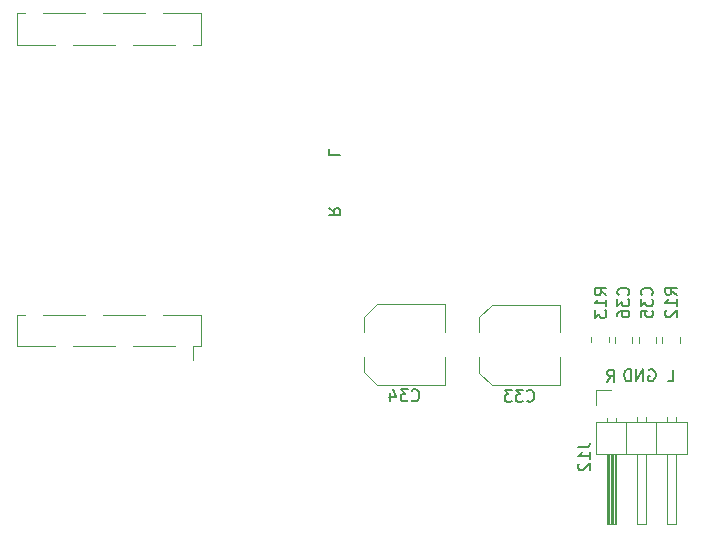
<source format=gbr>
G04 #@! TF.GenerationSoftware,KiCad,Pcbnew,8.0.7*
G04 #@! TF.CreationDate,2025-02-05T20:28:53-06:00*
G04 #@! TF.ProjectId,midiori,6d696469-6f72-4692-9e6b-696361645f70,rev?*
G04 #@! TF.SameCoordinates,Original*
G04 #@! TF.FileFunction,Legend,Bot*
G04 #@! TF.FilePolarity,Positive*
%FSLAX46Y46*%
G04 Gerber Fmt 4.6, Leading zero omitted, Abs format (unit mm)*
G04 Created by KiCad (PCBNEW 8.0.7) date 2025-02-05 20:28:53*
%MOMM*%
%LPD*%
G01*
G04 APERTURE LIST*
%ADD10C,0.150000*%
%ADD11C,0.120000*%
G04 APERTURE END LIST*
D10*
X137019411Y-95217438D02*
X137114649Y-95169819D01*
X137114649Y-95169819D02*
X137257506Y-95169819D01*
X137257506Y-95169819D02*
X137400363Y-95217438D01*
X137400363Y-95217438D02*
X137495601Y-95312676D01*
X137495601Y-95312676D02*
X137543220Y-95407914D01*
X137543220Y-95407914D02*
X137590839Y-95598390D01*
X137590839Y-95598390D02*
X137590839Y-95741247D01*
X137590839Y-95741247D02*
X137543220Y-95931723D01*
X137543220Y-95931723D02*
X137495601Y-96026961D01*
X137495601Y-96026961D02*
X137400363Y-96122200D01*
X137400363Y-96122200D02*
X137257506Y-96169819D01*
X137257506Y-96169819D02*
X137162268Y-96169819D01*
X137162268Y-96169819D02*
X137019411Y-96122200D01*
X137019411Y-96122200D02*
X136971792Y-96074580D01*
X136971792Y-96074580D02*
X136971792Y-95741247D01*
X136971792Y-95741247D02*
X137162268Y-95741247D01*
X136543220Y-96169819D02*
X136543220Y-95169819D01*
X136543220Y-95169819D02*
X135971792Y-96169819D01*
X135971792Y-96169819D02*
X135971792Y-95169819D01*
X135495601Y-96169819D02*
X135495601Y-95169819D01*
X135495601Y-95169819D02*
X135257506Y-95169819D01*
X135257506Y-95169819D02*
X135114649Y-95217438D01*
X135114649Y-95217438D02*
X135019411Y-95312676D01*
X135019411Y-95312676D02*
X134971792Y-95407914D01*
X134971792Y-95407914D02*
X134924173Y-95598390D01*
X134924173Y-95598390D02*
X134924173Y-95741247D01*
X134924173Y-95741247D02*
X134971792Y-95931723D01*
X134971792Y-95931723D02*
X135019411Y-96026961D01*
X135019411Y-96026961D02*
X135114649Y-96122200D01*
X135114649Y-96122200D02*
X135257506Y-96169819D01*
X135257506Y-96169819D02*
X135495601Y-96169819D01*
X133501792Y-96219819D02*
X133835125Y-95743628D01*
X134073220Y-96219819D02*
X134073220Y-95219819D01*
X134073220Y-95219819D02*
X133692268Y-95219819D01*
X133692268Y-95219819D02*
X133597030Y-95267438D01*
X133597030Y-95267438D02*
X133549411Y-95315057D01*
X133549411Y-95315057D02*
X133501792Y-95410295D01*
X133501792Y-95410295D02*
X133501792Y-95553152D01*
X133501792Y-95553152D02*
X133549411Y-95648390D01*
X133549411Y-95648390D02*
X133597030Y-95696009D01*
X133597030Y-95696009D02*
X133692268Y-95743628D01*
X133692268Y-95743628D02*
X134073220Y-95743628D01*
X138627030Y-96199819D02*
X139103220Y-96199819D01*
X139103220Y-96199819D02*
X139103220Y-95199819D01*
X116960357Y-97779580D02*
X117007976Y-97827200D01*
X117007976Y-97827200D02*
X117150833Y-97874819D01*
X117150833Y-97874819D02*
X117246071Y-97874819D01*
X117246071Y-97874819D02*
X117388928Y-97827200D01*
X117388928Y-97827200D02*
X117484166Y-97731961D01*
X117484166Y-97731961D02*
X117531785Y-97636723D01*
X117531785Y-97636723D02*
X117579404Y-97446247D01*
X117579404Y-97446247D02*
X117579404Y-97303390D01*
X117579404Y-97303390D02*
X117531785Y-97112914D01*
X117531785Y-97112914D02*
X117484166Y-97017676D01*
X117484166Y-97017676D02*
X117388928Y-96922438D01*
X117388928Y-96922438D02*
X117246071Y-96874819D01*
X117246071Y-96874819D02*
X117150833Y-96874819D01*
X117150833Y-96874819D02*
X117007976Y-96922438D01*
X117007976Y-96922438D02*
X116960357Y-96970057D01*
X116627023Y-96874819D02*
X116007976Y-96874819D01*
X116007976Y-96874819D02*
X116341309Y-97255771D01*
X116341309Y-97255771D02*
X116198452Y-97255771D01*
X116198452Y-97255771D02*
X116103214Y-97303390D01*
X116103214Y-97303390D02*
X116055595Y-97351009D01*
X116055595Y-97351009D02*
X116007976Y-97446247D01*
X116007976Y-97446247D02*
X116007976Y-97684342D01*
X116007976Y-97684342D02*
X116055595Y-97779580D01*
X116055595Y-97779580D02*
X116103214Y-97827200D01*
X116103214Y-97827200D02*
X116198452Y-97874819D01*
X116198452Y-97874819D02*
X116484166Y-97874819D01*
X116484166Y-97874819D02*
X116579404Y-97827200D01*
X116579404Y-97827200D02*
X116627023Y-97779580D01*
X115150833Y-97208152D02*
X115150833Y-97874819D01*
X115388928Y-96827200D02*
X115627023Y-97541485D01*
X115627023Y-97541485D02*
X115007976Y-97541485D01*
X139404819Y-88857142D02*
X138928628Y-88523809D01*
X139404819Y-88285714D02*
X138404819Y-88285714D01*
X138404819Y-88285714D02*
X138404819Y-88666666D01*
X138404819Y-88666666D02*
X138452438Y-88761904D01*
X138452438Y-88761904D02*
X138500057Y-88809523D01*
X138500057Y-88809523D02*
X138595295Y-88857142D01*
X138595295Y-88857142D02*
X138738152Y-88857142D01*
X138738152Y-88857142D02*
X138833390Y-88809523D01*
X138833390Y-88809523D02*
X138881009Y-88761904D01*
X138881009Y-88761904D02*
X138928628Y-88666666D01*
X138928628Y-88666666D02*
X138928628Y-88285714D01*
X139404819Y-89809523D02*
X139404819Y-89238095D01*
X139404819Y-89523809D02*
X138404819Y-89523809D01*
X138404819Y-89523809D02*
X138547676Y-89428571D01*
X138547676Y-89428571D02*
X138642914Y-89333333D01*
X138642914Y-89333333D02*
X138690533Y-89238095D01*
X138500057Y-90190476D02*
X138452438Y-90238095D01*
X138452438Y-90238095D02*
X138404819Y-90333333D01*
X138404819Y-90333333D02*
X138404819Y-90571428D01*
X138404819Y-90571428D02*
X138452438Y-90666666D01*
X138452438Y-90666666D02*
X138500057Y-90714285D01*
X138500057Y-90714285D02*
X138595295Y-90761904D01*
X138595295Y-90761904D02*
X138690533Y-90761904D01*
X138690533Y-90761904D02*
X138833390Y-90714285D01*
X138833390Y-90714285D02*
X139404819Y-90142857D01*
X139404819Y-90142857D02*
X139404819Y-90761904D01*
X131044819Y-101785476D02*
X131759104Y-101785476D01*
X131759104Y-101785476D02*
X131901961Y-101737857D01*
X131901961Y-101737857D02*
X131997200Y-101642619D01*
X131997200Y-101642619D02*
X132044819Y-101499762D01*
X132044819Y-101499762D02*
X132044819Y-101404524D01*
X132044819Y-102785476D02*
X132044819Y-102214048D01*
X132044819Y-102499762D02*
X131044819Y-102499762D01*
X131044819Y-102499762D02*
X131187676Y-102404524D01*
X131187676Y-102404524D02*
X131282914Y-102309286D01*
X131282914Y-102309286D02*
X131330533Y-102214048D01*
X131140057Y-103166429D02*
X131092438Y-103214048D01*
X131092438Y-103214048D02*
X131044819Y-103309286D01*
X131044819Y-103309286D02*
X131044819Y-103547381D01*
X131044819Y-103547381D02*
X131092438Y-103642619D01*
X131092438Y-103642619D02*
X131140057Y-103690238D01*
X131140057Y-103690238D02*
X131235295Y-103737857D01*
X131235295Y-103737857D02*
X131330533Y-103737857D01*
X131330533Y-103737857D02*
X131473390Y-103690238D01*
X131473390Y-103690238D02*
X132044819Y-103118810D01*
X132044819Y-103118810D02*
X132044819Y-103737857D01*
X137259580Y-88877142D02*
X137307200Y-88829523D01*
X137307200Y-88829523D02*
X137354819Y-88686666D01*
X137354819Y-88686666D02*
X137354819Y-88591428D01*
X137354819Y-88591428D02*
X137307200Y-88448571D01*
X137307200Y-88448571D02*
X137211961Y-88353333D01*
X137211961Y-88353333D02*
X137116723Y-88305714D01*
X137116723Y-88305714D02*
X136926247Y-88258095D01*
X136926247Y-88258095D02*
X136783390Y-88258095D01*
X136783390Y-88258095D02*
X136592914Y-88305714D01*
X136592914Y-88305714D02*
X136497676Y-88353333D01*
X136497676Y-88353333D02*
X136402438Y-88448571D01*
X136402438Y-88448571D02*
X136354819Y-88591428D01*
X136354819Y-88591428D02*
X136354819Y-88686666D01*
X136354819Y-88686666D02*
X136402438Y-88829523D01*
X136402438Y-88829523D02*
X136450057Y-88877142D01*
X136354819Y-89210476D02*
X136354819Y-89829523D01*
X136354819Y-89829523D02*
X136735771Y-89496190D01*
X136735771Y-89496190D02*
X136735771Y-89639047D01*
X136735771Y-89639047D02*
X136783390Y-89734285D01*
X136783390Y-89734285D02*
X136831009Y-89781904D01*
X136831009Y-89781904D02*
X136926247Y-89829523D01*
X136926247Y-89829523D02*
X137164342Y-89829523D01*
X137164342Y-89829523D02*
X137259580Y-89781904D01*
X137259580Y-89781904D02*
X137307200Y-89734285D01*
X137307200Y-89734285D02*
X137354819Y-89639047D01*
X137354819Y-89639047D02*
X137354819Y-89353333D01*
X137354819Y-89353333D02*
X137307200Y-89258095D01*
X137307200Y-89258095D02*
X137259580Y-89210476D01*
X136354819Y-90734285D02*
X136354819Y-90258095D01*
X136354819Y-90258095D02*
X136831009Y-90210476D01*
X136831009Y-90210476D02*
X136783390Y-90258095D01*
X136783390Y-90258095D02*
X136735771Y-90353333D01*
X136735771Y-90353333D02*
X136735771Y-90591428D01*
X136735771Y-90591428D02*
X136783390Y-90686666D01*
X136783390Y-90686666D02*
X136831009Y-90734285D01*
X136831009Y-90734285D02*
X136926247Y-90781904D01*
X136926247Y-90781904D02*
X137164342Y-90781904D01*
X137164342Y-90781904D02*
X137259580Y-90734285D01*
X137259580Y-90734285D02*
X137307200Y-90686666D01*
X137307200Y-90686666D02*
X137354819Y-90591428D01*
X137354819Y-90591428D02*
X137354819Y-90353333D01*
X137354819Y-90353333D02*
X137307200Y-90258095D01*
X137307200Y-90258095D02*
X137259580Y-90210476D01*
X135269580Y-88877142D02*
X135317200Y-88829523D01*
X135317200Y-88829523D02*
X135364819Y-88686666D01*
X135364819Y-88686666D02*
X135364819Y-88591428D01*
X135364819Y-88591428D02*
X135317200Y-88448571D01*
X135317200Y-88448571D02*
X135221961Y-88353333D01*
X135221961Y-88353333D02*
X135126723Y-88305714D01*
X135126723Y-88305714D02*
X134936247Y-88258095D01*
X134936247Y-88258095D02*
X134793390Y-88258095D01*
X134793390Y-88258095D02*
X134602914Y-88305714D01*
X134602914Y-88305714D02*
X134507676Y-88353333D01*
X134507676Y-88353333D02*
X134412438Y-88448571D01*
X134412438Y-88448571D02*
X134364819Y-88591428D01*
X134364819Y-88591428D02*
X134364819Y-88686666D01*
X134364819Y-88686666D02*
X134412438Y-88829523D01*
X134412438Y-88829523D02*
X134460057Y-88877142D01*
X134364819Y-89210476D02*
X134364819Y-89829523D01*
X134364819Y-89829523D02*
X134745771Y-89496190D01*
X134745771Y-89496190D02*
X134745771Y-89639047D01*
X134745771Y-89639047D02*
X134793390Y-89734285D01*
X134793390Y-89734285D02*
X134841009Y-89781904D01*
X134841009Y-89781904D02*
X134936247Y-89829523D01*
X134936247Y-89829523D02*
X135174342Y-89829523D01*
X135174342Y-89829523D02*
X135269580Y-89781904D01*
X135269580Y-89781904D02*
X135317200Y-89734285D01*
X135317200Y-89734285D02*
X135364819Y-89639047D01*
X135364819Y-89639047D02*
X135364819Y-89353333D01*
X135364819Y-89353333D02*
X135317200Y-89258095D01*
X135317200Y-89258095D02*
X135269580Y-89210476D01*
X134364819Y-90686666D02*
X134364819Y-90496190D01*
X134364819Y-90496190D02*
X134412438Y-90400952D01*
X134412438Y-90400952D02*
X134460057Y-90353333D01*
X134460057Y-90353333D02*
X134602914Y-90258095D01*
X134602914Y-90258095D02*
X134793390Y-90210476D01*
X134793390Y-90210476D02*
X135174342Y-90210476D01*
X135174342Y-90210476D02*
X135269580Y-90258095D01*
X135269580Y-90258095D02*
X135317200Y-90305714D01*
X135317200Y-90305714D02*
X135364819Y-90400952D01*
X135364819Y-90400952D02*
X135364819Y-90591428D01*
X135364819Y-90591428D02*
X135317200Y-90686666D01*
X135317200Y-90686666D02*
X135269580Y-90734285D01*
X135269580Y-90734285D02*
X135174342Y-90781904D01*
X135174342Y-90781904D02*
X134936247Y-90781904D01*
X134936247Y-90781904D02*
X134841009Y-90734285D01*
X134841009Y-90734285D02*
X134793390Y-90686666D01*
X134793390Y-90686666D02*
X134745771Y-90591428D01*
X134745771Y-90591428D02*
X134745771Y-90400952D01*
X134745771Y-90400952D02*
X134793390Y-90305714D01*
X134793390Y-90305714D02*
X134841009Y-90258095D01*
X134841009Y-90258095D02*
X134936247Y-90210476D01*
X109912180Y-76529030D02*
X109912180Y-77005220D01*
X109912180Y-77005220D02*
X110912180Y-77005220D01*
X109912180Y-81513792D02*
X110388371Y-81847125D01*
X109912180Y-82085220D02*
X110912180Y-82085220D01*
X110912180Y-82085220D02*
X110912180Y-81704268D01*
X110912180Y-81704268D02*
X110864561Y-81609030D01*
X110864561Y-81609030D02*
X110816942Y-81561411D01*
X110816942Y-81561411D02*
X110721704Y-81513792D01*
X110721704Y-81513792D02*
X110578847Y-81513792D01*
X110578847Y-81513792D02*
X110483609Y-81561411D01*
X110483609Y-81561411D02*
X110435990Y-81609030D01*
X110435990Y-81609030D02*
X110388371Y-81704268D01*
X110388371Y-81704268D02*
X110388371Y-82085220D01*
X133434819Y-88897142D02*
X132958628Y-88563809D01*
X133434819Y-88325714D02*
X132434819Y-88325714D01*
X132434819Y-88325714D02*
X132434819Y-88706666D01*
X132434819Y-88706666D02*
X132482438Y-88801904D01*
X132482438Y-88801904D02*
X132530057Y-88849523D01*
X132530057Y-88849523D02*
X132625295Y-88897142D01*
X132625295Y-88897142D02*
X132768152Y-88897142D01*
X132768152Y-88897142D02*
X132863390Y-88849523D01*
X132863390Y-88849523D02*
X132911009Y-88801904D01*
X132911009Y-88801904D02*
X132958628Y-88706666D01*
X132958628Y-88706666D02*
X132958628Y-88325714D01*
X133434819Y-89849523D02*
X133434819Y-89278095D01*
X133434819Y-89563809D02*
X132434819Y-89563809D01*
X132434819Y-89563809D02*
X132577676Y-89468571D01*
X132577676Y-89468571D02*
X132672914Y-89373333D01*
X132672914Y-89373333D02*
X132720533Y-89278095D01*
X132434819Y-90182857D02*
X132434819Y-90801904D01*
X132434819Y-90801904D02*
X132815771Y-90468571D01*
X132815771Y-90468571D02*
X132815771Y-90611428D01*
X132815771Y-90611428D02*
X132863390Y-90706666D01*
X132863390Y-90706666D02*
X132911009Y-90754285D01*
X132911009Y-90754285D02*
X133006247Y-90801904D01*
X133006247Y-90801904D02*
X133244342Y-90801904D01*
X133244342Y-90801904D02*
X133339580Y-90754285D01*
X133339580Y-90754285D02*
X133387200Y-90706666D01*
X133387200Y-90706666D02*
X133434819Y-90611428D01*
X133434819Y-90611428D02*
X133434819Y-90325714D01*
X133434819Y-90325714D02*
X133387200Y-90230476D01*
X133387200Y-90230476D02*
X133339580Y-90182857D01*
X126712857Y-97819580D02*
X126760476Y-97867200D01*
X126760476Y-97867200D02*
X126903333Y-97914819D01*
X126903333Y-97914819D02*
X126998571Y-97914819D01*
X126998571Y-97914819D02*
X127141428Y-97867200D01*
X127141428Y-97867200D02*
X127236666Y-97771961D01*
X127236666Y-97771961D02*
X127284285Y-97676723D01*
X127284285Y-97676723D02*
X127331904Y-97486247D01*
X127331904Y-97486247D02*
X127331904Y-97343390D01*
X127331904Y-97343390D02*
X127284285Y-97152914D01*
X127284285Y-97152914D02*
X127236666Y-97057676D01*
X127236666Y-97057676D02*
X127141428Y-96962438D01*
X127141428Y-96962438D02*
X126998571Y-96914819D01*
X126998571Y-96914819D02*
X126903333Y-96914819D01*
X126903333Y-96914819D02*
X126760476Y-96962438D01*
X126760476Y-96962438D02*
X126712857Y-97010057D01*
X126379523Y-96914819D02*
X125760476Y-96914819D01*
X125760476Y-96914819D02*
X126093809Y-97295771D01*
X126093809Y-97295771D02*
X125950952Y-97295771D01*
X125950952Y-97295771D02*
X125855714Y-97343390D01*
X125855714Y-97343390D02*
X125808095Y-97391009D01*
X125808095Y-97391009D02*
X125760476Y-97486247D01*
X125760476Y-97486247D02*
X125760476Y-97724342D01*
X125760476Y-97724342D02*
X125808095Y-97819580D01*
X125808095Y-97819580D02*
X125855714Y-97867200D01*
X125855714Y-97867200D02*
X125950952Y-97914819D01*
X125950952Y-97914819D02*
X126236666Y-97914819D01*
X126236666Y-97914819D02*
X126331904Y-97867200D01*
X126331904Y-97867200D02*
X126379523Y-97819580D01*
X125427142Y-96914819D02*
X124808095Y-96914819D01*
X124808095Y-96914819D02*
X125141428Y-97295771D01*
X125141428Y-97295771D02*
X124998571Y-97295771D01*
X124998571Y-97295771D02*
X124903333Y-97343390D01*
X124903333Y-97343390D02*
X124855714Y-97391009D01*
X124855714Y-97391009D02*
X124808095Y-97486247D01*
X124808095Y-97486247D02*
X124808095Y-97724342D01*
X124808095Y-97724342D02*
X124855714Y-97819580D01*
X124855714Y-97819580D02*
X124903333Y-97867200D01*
X124903333Y-97867200D02*
X124998571Y-97914819D01*
X124998571Y-97914819D02*
X125284285Y-97914819D01*
X125284285Y-97914819D02*
X125379523Y-97867200D01*
X125379523Y-97867200D02*
X125427142Y-97819580D01*
D11*
X112907500Y-92010000D02*
X112907500Y-90724437D01*
X112907500Y-94130000D02*
X112907500Y-95415563D01*
X113971937Y-89660000D02*
X112907500Y-90724437D01*
X113971937Y-96480000D02*
X112907500Y-95415563D01*
X119727500Y-89660000D02*
X113971937Y-89660000D01*
X119727500Y-92010000D02*
X119727500Y-89660000D01*
X119727500Y-94130000D02*
X119727500Y-96480000D01*
X119727500Y-96480000D02*
X113971937Y-96480000D01*
X138165000Y-92927064D02*
X138165000Y-92472936D01*
X139635000Y-92927064D02*
X139635000Y-92472936D01*
X132530000Y-99650000D02*
X132530000Y-102310000D01*
X132530000Y-102310000D02*
X140270000Y-102310000D01*
X132590000Y-96940000D02*
X133860000Y-96940000D01*
X132590000Y-98210000D02*
X132590000Y-96940000D01*
X133480000Y-99650000D02*
X133480000Y-99320000D01*
X133480000Y-108310000D02*
X133480000Y-102310000D01*
X133540000Y-108310000D02*
X133540000Y-102310000D01*
X133660000Y-108310000D02*
X133660000Y-102310000D01*
X133780000Y-108310000D02*
X133780000Y-102310000D01*
X133900000Y-108310000D02*
X133900000Y-102310000D01*
X134020000Y-108310000D02*
X134020000Y-102310000D01*
X134140000Y-108310000D02*
X134140000Y-102310000D01*
X134240000Y-99650000D02*
X134240000Y-99320000D01*
X134240000Y-102310000D02*
X134240000Y-108310000D01*
X134240000Y-108310000D02*
X133480000Y-108310000D01*
X135130000Y-102310000D02*
X135130000Y-99650000D01*
X136020000Y-99650000D02*
X136020000Y-99252929D01*
X136020000Y-108310000D02*
X136020000Y-102310000D01*
X136780000Y-99650000D02*
X136780000Y-99252929D01*
X136780000Y-102310000D02*
X136780000Y-108310000D01*
X136780000Y-108310000D02*
X136020000Y-108310000D01*
X137670000Y-102310000D02*
X137670000Y-99650000D01*
X138560000Y-99650000D02*
X138560000Y-99252929D01*
X138560000Y-108310000D02*
X138560000Y-102310000D01*
X139320000Y-99650000D02*
X139320000Y-99252929D01*
X139320000Y-102310000D02*
X139320000Y-108310000D01*
X139320000Y-108310000D02*
X138560000Y-108310000D01*
X140270000Y-99650000D02*
X132530000Y-99650000D01*
X140270000Y-102310000D02*
X140270000Y-99650000D01*
X136165000Y-92941252D02*
X136165000Y-92418748D01*
X137635000Y-92941252D02*
X137635000Y-92418748D01*
X134155000Y-92398748D02*
X134155000Y-92921252D01*
X135625000Y-92398748D02*
X135625000Y-92921252D01*
X83570000Y-65030000D02*
X83570000Y-67690000D01*
X83570000Y-65030000D02*
X84240000Y-65030000D01*
X83570000Y-67690000D02*
X86780000Y-67690000D01*
X83570000Y-90550000D02*
X83570000Y-93210000D01*
X83570000Y-90550000D02*
X84240000Y-90550000D01*
X83570000Y-93210000D02*
X86780000Y-93210000D01*
X85760000Y-65030000D02*
X89320000Y-65030000D01*
X85760000Y-90550000D02*
X89320000Y-90550000D01*
X88300000Y-67690000D02*
X91860000Y-67690000D01*
X88300000Y-93210000D02*
X91860000Y-93210000D01*
X90840000Y-65030000D02*
X94400000Y-65030000D01*
X90840000Y-90550000D02*
X94400000Y-90550000D01*
X93380000Y-67690000D02*
X96940000Y-67690000D01*
X93380000Y-93210000D02*
X96940000Y-93210000D01*
X95920000Y-65030000D02*
X99130000Y-65030000D01*
X95920000Y-90550000D02*
X99130000Y-90550000D01*
X98460000Y-67690000D02*
X99130000Y-67690000D01*
X98460000Y-93210000D02*
X98460000Y-94420000D01*
X98460000Y-93210000D02*
X99130000Y-93210000D01*
X99130000Y-65030000D02*
X99130000Y-67690000D01*
X99130000Y-90550000D02*
X99130000Y-93210000D01*
X132165000Y-92887064D02*
X132165000Y-92432936D01*
X133635000Y-92887064D02*
X133635000Y-92432936D01*
X122660000Y-92050000D02*
X122660000Y-90764437D01*
X122660000Y-94170000D02*
X122660000Y-95455563D01*
X123724437Y-89700000D02*
X122660000Y-90764437D01*
X123724437Y-96520000D02*
X122660000Y-95455563D01*
X129480000Y-89700000D02*
X123724437Y-89700000D01*
X129480000Y-92050000D02*
X129480000Y-89700000D01*
X129480000Y-94170000D02*
X129480000Y-96520000D01*
X129480000Y-96520000D02*
X123724437Y-96520000D01*
M02*

</source>
